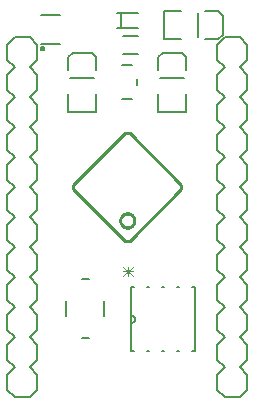
<source format=gbo>
G75*
G70*
%OFA0B0*%
%FSLAX24Y24*%
%IPPOS*%
%LPD*%
%AMOC8*
5,1,8,0,0,1.08239X$1,22.5*
%
%ADD10C,0.0080*%
%ADD11C,0.0050*%
%ADD12C,0.0100*%
%ADD13C,0.0060*%
%ADD14C,0.0030*%
D10*
X001243Y000390D02*
X001493Y000140D01*
X001993Y000140D01*
X002243Y000390D01*
X002243Y000890D01*
X001993Y001140D01*
X002243Y001390D01*
X002243Y001890D01*
X001993Y002140D01*
X002243Y002390D01*
X002243Y002890D01*
X001993Y003140D01*
X002243Y003390D01*
X002243Y003890D01*
X001993Y004140D01*
X002243Y004390D01*
X002243Y004890D01*
X001993Y005140D01*
X002243Y005390D01*
X002243Y005890D01*
X001993Y006140D01*
X002243Y006390D01*
X002243Y006890D01*
X001993Y007140D01*
X002243Y007390D01*
X002243Y007890D01*
X001993Y008140D01*
X002243Y008390D01*
X002243Y008890D01*
X001993Y009140D01*
X002243Y009390D01*
X002243Y009890D01*
X001993Y010140D01*
X002243Y010390D01*
X002243Y010890D01*
X001993Y011140D01*
X002243Y011390D01*
X002243Y011890D01*
X001993Y012140D01*
X001493Y012140D01*
X001243Y011890D01*
X001243Y011390D01*
X001493Y011140D01*
X001243Y010890D01*
X001243Y010390D01*
X001493Y010140D01*
X001243Y009890D01*
X001243Y009390D01*
X001493Y009140D01*
X001243Y008890D01*
X001243Y008390D01*
X001493Y008140D01*
X001243Y007890D01*
X001243Y007390D01*
X001493Y007140D01*
X001243Y006890D01*
X001243Y006390D01*
X001493Y006140D01*
X001243Y005890D01*
X001243Y005390D01*
X001493Y005140D01*
X001243Y004890D01*
X001243Y004390D01*
X001493Y004140D01*
X001243Y003890D01*
X001243Y003390D01*
X001493Y003140D01*
X001243Y002890D01*
X001243Y002390D01*
X001493Y002140D01*
X001243Y001890D01*
X001243Y001390D01*
X001493Y001140D01*
X001243Y000890D01*
X001243Y000390D01*
X003213Y002854D02*
X003213Y003326D01*
X003725Y004074D02*
X003961Y004074D01*
X004473Y003326D02*
X004473Y002854D01*
X003961Y002106D02*
X003725Y002106D01*
X008243Y001890D02*
X008243Y001390D01*
X008493Y001140D01*
X008243Y000890D01*
X008243Y000390D01*
X008493Y000140D01*
X008993Y000140D01*
X009243Y000390D01*
X009243Y000890D01*
X008993Y001140D01*
X009243Y001390D01*
X009243Y001890D01*
X008993Y002140D01*
X009243Y002390D01*
X009243Y002890D01*
X008993Y003140D01*
X009243Y003390D01*
X009243Y003890D01*
X008993Y004140D01*
X009243Y004390D01*
X009243Y004890D01*
X008993Y005140D01*
X009243Y005390D01*
X009243Y005890D01*
X008993Y006140D01*
X009243Y006390D01*
X009243Y006890D01*
X008993Y007140D01*
X009243Y007390D01*
X009243Y007890D01*
X008993Y008140D01*
X009243Y008390D01*
X009243Y008890D01*
X008993Y009140D01*
X009243Y009390D01*
X009243Y009890D01*
X008993Y010140D01*
X009243Y010390D01*
X009243Y010890D01*
X008993Y011140D01*
X009243Y011390D01*
X009243Y011890D01*
X008993Y012140D01*
X008493Y012140D01*
X008243Y011890D01*
X008243Y011390D01*
X008493Y011140D01*
X008243Y010890D01*
X008243Y010390D01*
X008493Y010140D01*
X008243Y009890D01*
X008243Y009390D01*
X008493Y009140D01*
X008243Y008890D01*
X008243Y008390D01*
X008493Y008140D01*
X008243Y007890D01*
X008243Y007390D01*
X008493Y007140D01*
X008243Y006890D01*
X008243Y006390D01*
X008493Y006140D01*
X008243Y005890D01*
X008243Y005390D01*
X008493Y005140D01*
X008243Y004890D01*
X008243Y004390D01*
X008493Y004140D01*
X008243Y003890D01*
X008243Y003390D01*
X008493Y003140D01*
X008243Y002890D01*
X008243Y002390D01*
X008493Y002140D01*
X008243Y001890D01*
X007215Y009656D02*
X006270Y009656D01*
X006270Y010246D01*
X006270Y011034D02*
X006270Y011467D01*
X006428Y011624D01*
X007058Y011624D01*
X007215Y011467D01*
X007215Y011034D01*
X007215Y010246D02*
X007215Y009656D01*
X005562Y010534D02*
X005562Y010746D01*
X005412Y011200D02*
X005074Y011200D01*
X005093Y011590D02*
X005593Y011590D01*
X005593Y012190D02*
X005093Y012190D01*
X005046Y012434D02*
X004888Y012434D01*
X005046Y012434D02*
X005046Y012946D01*
X005597Y012946D01*
X005597Y012434D02*
X005046Y012434D01*
X005046Y012946D02*
X004888Y012946D01*
X004058Y011624D02*
X004215Y011467D01*
X004215Y011034D01*
X004058Y011624D02*
X003428Y011624D01*
X003270Y011467D01*
X003270Y011034D01*
X003270Y010246D02*
X003270Y009656D01*
X004215Y009656D01*
X004215Y010246D01*
X005074Y010080D02*
X005412Y010080D01*
X006459Y012068D02*
X007049Y012068D01*
X006459Y012068D02*
X006459Y013012D01*
X007049Y013012D01*
X007837Y013012D02*
X008270Y013012D01*
X008427Y012855D01*
X008427Y012225D01*
X008270Y012068D01*
X007837Y012068D01*
X003008Y011918D02*
X002378Y011918D01*
X002361Y011760D02*
X002363Y011774D01*
X002369Y011788D01*
X002377Y011800D01*
X002389Y011808D01*
X002403Y011814D01*
X002417Y011816D01*
X002431Y011814D01*
X002445Y011808D01*
X002457Y011800D01*
X002465Y011788D01*
X002471Y011774D01*
X002473Y011760D01*
X002471Y011746D01*
X002465Y011732D01*
X002457Y011720D01*
X002445Y011712D01*
X002431Y011706D01*
X002417Y011704D01*
X002403Y011706D01*
X002389Y011712D01*
X002377Y011720D01*
X002369Y011732D01*
X002363Y011746D01*
X002361Y011760D01*
X002378Y012862D02*
X003008Y012862D01*
D11*
X002417Y011799D02*
X002378Y011799D01*
X002417Y011799D02*
X002417Y011760D01*
X003343Y010790D02*
X004143Y010790D01*
X006343Y010790D02*
X007143Y010790D01*
X007593Y012140D02*
X007593Y012940D01*
D12*
X005319Y008943D02*
X005166Y008943D01*
X003440Y007217D01*
X003440Y007063D01*
X005166Y005337D01*
X005319Y005337D01*
X007045Y007063D01*
X007045Y007217D01*
X005319Y008943D01*
X005007Y006026D02*
X005009Y006056D01*
X005015Y006086D01*
X005024Y006115D01*
X005037Y006142D01*
X005054Y006167D01*
X005073Y006190D01*
X005096Y006211D01*
X005121Y006228D01*
X005147Y006242D01*
X005176Y006252D01*
X005205Y006259D01*
X005235Y006262D01*
X005266Y006261D01*
X005296Y006256D01*
X005325Y006247D01*
X005352Y006235D01*
X005378Y006220D01*
X005402Y006201D01*
X005423Y006179D01*
X005441Y006155D01*
X005456Y006128D01*
X005467Y006100D01*
X005475Y006071D01*
X005479Y006041D01*
X005479Y006011D01*
X005475Y005981D01*
X005467Y005952D01*
X005456Y005924D01*
X005441Y005897D01*
X005423Y005873D01*
X005402Y005851D01*
X005378Y005832D01*
X005352Y005817D01*
X005325Y005805D01*
X005296Y005796D01*
X005266Y005791D01*
X005235Y005790D01*
X005205Y005793D01*
X005176Y005800D01*
X005147Y005810D01*
X005121Y005824D01*
X005096Y005841D01*
X005073Y005862D01*
X005054Y005885D01*
X005037Y005910D01*
X005024Y005937D01*
X005015Y005966D01*
X005009Y005996D01*
X005007Y006026D01*
D13*
X005383Y003800D02*
X005483Y003800D01*
X005383Y003800D02*
X005383Y002860D01*
X005383Y002620D01*
X005383Y001680D01*
X005483Y001680D01*
X005903Y001680D02*
X005983Y001680D01*
X006403Y001680D02*
X006483Y001680D01*
X006903Y001680D02*
X006983Y001680D01*
X007403Y001680D02*
X007503Y001680D01*
X007503Y003800D01*
X007403Y003800D01*
X006983Y003800D02*
X006903Y003800D01*
X006483Y003800D02*
X006403Y003800D01*
X005983Y003800D02*
X005903Y003800D01*
X005383Y002860D02*
X005404Y002858D01*
X005424Y002853D01*
X005443Y002844D01*
X005460Y002832D01*
X005475Y002817D01*
X005487Y002800D01*
X005496Y002781D01*
X005501Y002761D01*
X005503Y002740D01*
X005501Y002719D01*
X005496Y002699D01*
X005487Y002680D01*
X005475Y002663D01*
X005460Y002648D01*
X005443Y002636D01*
X005424Y002627D01*
X005404Y002622D01*
X005383Y002620D01*
D14*
X005429Y004171D02*
X005116Y004485D01*
X005116Y004328D02*
X005429Y004328D01*
X005429Y004485D02*
X005116Y004171D01*
X005273Y004171D02*
X005273Y004485D01*
M02*

</source>
